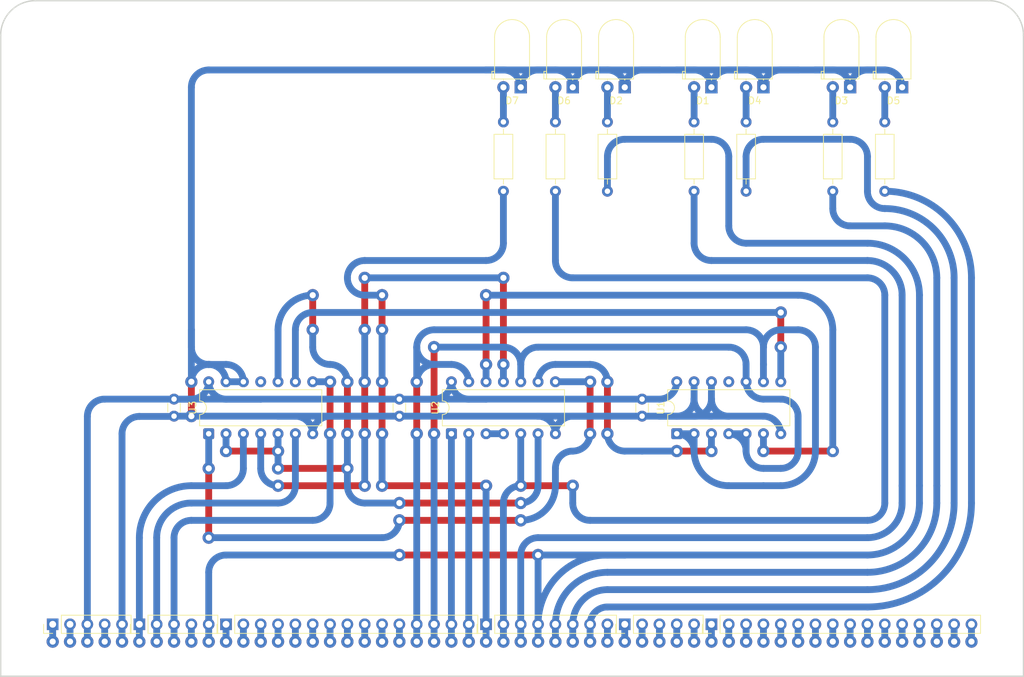
<source format=kicad_pcb>
(kicad_pcb (version 20241229) (generator "pcbnew") (generator_version "9.0")
  (layers (0 "F.Cu" signal) (2 "B.Cu" signal) (13 "F.Paste" user) (15 "B.Paste" user) (5 "F.SilkS" user "F.Silkscreen") (7 "B.SilkS" user "B.Silkscreen") (1 "F.Mask" user) (3 "B.Mask" user) (25 "Edge.Cuts" user))
  (net 0 "")
  (net 1 "+5V")
  (net 2 "GND")
  (net 3 "/{slash}MEMIN")
  (net 4 "/{slash}WE")
  (net 5 "unconnected-(J1-Pin_8-Pad8)")
  (net 6 "/AD6")
  (net 7 "/AD15")
  (net 8 "/AD7")
  (net 9 "/AD10")
  (net 10 "/AD13")
  (net 11 "/AD14")
  (net 12 "/AD12")
  (net 13 "/AD1")
  (net 14 "/AD8")
  (net 15 "/AD9")
  (net 16 "/AD5")
  (net 17 "/AD11")
  (net 18 "/AD3")
  (net 19 "/AD2")
  (net 20 "/AD4")
  (net 21 "/DA5")
  (net 22 "/DA3")
  (net 23 "/DA12")
  (net 24 "/DA9")
  (net 25 "/DA10")
  (net 26 "/DA15")
  (net 27 "/DA8")
  (net 28 "/DA4")
  (net 29 "/DA0")
  (net 30 "/DA2")
  (net 31 "/DA7")
  (net 32 "/DA6")
  (net 33 "/DA14")
  (net 34 "/DA11")
  (net 35 "/DA1")
  (net 36 "/DA13")
  (net 37 "unconnected-(J4-Pin_5-Pad5)")
  (net 38 "unconnected-(J4-Pin_4-Pad4)")
  (net 39 "+12V")
  (net 40 "-12V")
  (net 41 "-5V")
  (net 42 "unconnected-(J7-Pin_4-Pad4)")
  (net 44 "Net-(U1-Pad8)")
  (net 45 "Net-(U1-Pad6)")
  (net 46 "Net-(U1-Pad3)")
  (net 47 "Net-(U2-Pad3)")
  (net 48 "Net-(U2-Pad11)")
  (net 49 "Net-(U2-Pad8)")
  (net 50 "Net-(U2-Pad6)")
  (net 52 "unconnected-(J4-Pin_2-Pad2)")
  (net 53 "unconnected-(J4-Pin_3-Pad3)")
  (net 54 "unconnected-(J4-Pin_1-Pad1)")
  (net 55 "Net-(J7-Pin_1)")
  (net 56 "Net-(J7-Pin_2)")
  (net 57 "Net-(J7-Pin_3)")
  (net 58 "Net-(D1-A)")
  (net 59 "Net-(D2-A)")
  (net 60 "Net-(D3-A)")
  (net 61 "Net-(D4-A)")
  (net 62 "Net-(D5-A)")
  (net 63 "Net-(D6-A)")
  (net 64 "Net-(D7-A)")
  (net 65 "/READY")
  (net 66 "/{slash}HOLD")
  (net 67 "/WAIT")
  (net 68 "/HOLDA")
  (net 69 "/DBIN")
  (footprint "Connector_PinHeader_2.54mm:PinHeader_1x08_P2.54mm_Vertical" (layer "F.Cu") (at 147.32 147.32 90)
    (property "Reference" "J1" (hide yes))
    (property "Value" "Conn_01x08_Pin" (hide yes))
  )
  (footprint "Connector_PinHeader_2.54mm:PinHeader_1x16_P2.54mm_Vertical" (layer "F.Cu") (at 180.34 147.32 90)
    (property "Reference" "J3" (hide yes))
    (property "Value" "Conn_01x16_Pin" (hide yes))
  )
  (footprint "Capacitor_THT:C_Disc_D3.0mm_W1.6mm_P2.50mm" (layer "F.Cu") (at 134.62 114.3 -90)
    (property "Reference" "C2" (hide yes))
    (property "Value" "C" (hide yes))
  )
  (footprint "Resistor_THT:R_Axial_DIN0207_L6.3mm_D2.5mm_P10.16mm_Horizontal" (layer "F.Cu") (at 177.8 83.82 90)
    (property "Reference" "R13" (hide yes))
    (property "Value" "10k" (hide yes))
  )
  (footprint "Resistor_THT:R_Axial_DIN0207_L6.3mm_D2.5mm_P10.16mm_Horizontal" (layer "F.Cu") (at 157.48 83.82 90)
    (property "Reference" "R18" (hide yes))
    (property "Value" "10k" (hide yes))
  )
  (footprint "Package_DIP:DIP-14_W7.62mm" (layer "F.Cu") (at 142.24 119.38 90)
    (property "Reference" "U2")
    (property "Value" "74LS32")
  )
  (footprint "Resistor_THT:R_Axial_DIN0207_L6.3mm_D2.5mm_P10.16mm_Horizontal" (layer "F.Cu") (at 165.1 83.82 90)
    (property "Reference" "R14" (hide yes))
    (property "Value" "10k" (hide yes))
  )
  (footprint "Connector_PinHeader_2.54mm:PinHeader_1x05_P2.54mm_Vertical" (layer "F.Cu") (at 96.52 147.32 90)
    (property "Reference" "J7" (hide yes))
    (property "Value" "Conn_01x05_Pin" (hide yes))
  )
  (footprint "Resistor_THT:R_Axial_DIN0207_L6.3mm_D2.5mm_P10.16mm_Horizontal" (layer "F.Cu") (at 205.74 83.82 90)
    (property "Reference" "R17" (hide yes))
    (property "Value" "10k" (hide yes))
  )
  (footprint "LED_THT:LED_D5.0mm_Horizontal_O1.27mm_Z3.0mm" (layer "F.Cu") (at 208.28 68.58 180)
    (property "Reference" "D5")
    (property "Value" "HOLDA")
  )
  (footprint "Package_DIP:DIP-14_W7.62mm" (layer "F.Cu") (at 106.68 119.38 90)
    (property "Reference" "U3")
    (property "Value" "74LS32")
  )
  (footprint "LED_THT:LED_D5.0mm_Horizontal_O1.27mm_Z3.0mm" (layer "F.Cu") (at 200.66 68.58 180)
    (property "Reference" "D3")
    (property "Value" "/HOLD")
  )
  (footprint "Connector_PinHeader_2.54mm:PinHeader_1x05_P2.54mm_Vertical" (layer "F.Cu") (at 167.64 147.32 90)
    (property "Reference" "J4" (hide yes))
    (property "Value" "Conn_01x05_Pin" (hide yes))
  )
  (footprint "Connector_PinHeader_2.54mm:PinHeader_1x05_P2.54mm_Vertical" (layer "F.Cu") (at 83.82 147.32 90)
    (property "Reference" "J5" (hide yes))
    (property "Value" "Conn_01x05_Pin" (hide yes))
  )
  (footprint "Resistor_THT:R_Axial_DIN0207_L6.3mm_D2.5mm_P10.16mm_Horizontal" (layer "F.Cu") (at 198.12 83.82 90)
    (property "Reference" "R15" (hide yes))
    (property "Value" "10k" (hide yes))
  )
  (footprint "Resistor_THT:R_Axial_DIN0207_L6.3mm_D2.5mm_P10.16mm_Horizontal" (layer "F.Cu") (at 185.42 83.82 90)
    (property "Reference" "R16" (hide yes))
    (property "Value" "10k" (hide yes))
  )
  (footprint "Capacitor_THT:C_Disc_D3.0mm_W1.6mm_P2.50mm" (layer "F.Cu") (at 101.6 114.3 -90)
    (property "Reference" "C3" (hide yes))
    (property "Value" "C" (hide yes))
  )
  (footprint "Resistor_THT:R_Axial_DIN0207_L6.3mm_D2.5mm_P10.16mm_Horizontal" (layer "F.Cu") (at 149.86 83.82 90)
    (property "Reference" "R19" (hide yes))
    (property "Value" "10k" (hide yes))
  )
  (footprint "Capacitor_THT:C_Disc_D3.0mm_W1.6mm_P2.50mm" (layer "F.Cu") (at 170.18 114.3 -90)
    (property "Reference" "C1" (hide yes))
    (property "Value" "C" (hide yes))
  )
  (footprint "LED_THT:LED_D5.0mm_Horizontal_O1.27mm_Z3.0mm" (layer "F.Cu") (at 160.02 68.58 180)
    (property "Reference" "D6")
    (property "Value" "/MEMIN")
  )
  (footprint "LED_THT:LED_D5.0mm_Horizontal_O1.27mm_Z3.0mm" (layer "F.Cu") (at 167.64 68.58 180)
    (property "Reference" "D2")
    (property "Value" "/WE")
  )
  (footprint "Package_DIP:DIP-14_W7.62mm" (layer "F.Cu") (at 175.26 119.38 90)
    (property "Reference" "U1")
    (property "Value" "74LS00")
  )
  (footprint "LED_THT:LED_D5.0mm_Horizontal_O1.27mm_Z3.0mm" (layer "F.Cu") (at 180.34 68.58 180)
    (property "Reference" "D1")
    (property "Value" "READY")
  )
  (footprint "Connector_PinHeader_2.54mm:PinHeader_1x15_P2.54mm_Vertical" (layer "F.Cu") (at 109.22 147.32 90)
    (property "Reference" "J2" (hide yes))
    (property "Value" "Conn_01x15_Pin" (hide yes))
  )
  (footprint "LED_THT:LED_D5.0mm_Horizontal_O1.27mm_Z3.0mm" (layer "F.Cu") (at 187.96 68.58 180)
    (property "Reference" "D4")
    (property "Value" "WAIT")
  )
  (footprint "LED_THT:LED_D5.0mm_Horizontal_O1.27mm_Z3.0mm" (layer "F.Cu") (at 152.4 68.58 180)
    (property "Reference" "D7")
    (property "Value" "DBIN")
  )
  (gr_line (start 76.2 154.94) (end 226.06 154.94) (stroke (width 0.2)) (layer "Edge.Cuts"))
  (gr_line (start 220.98 55.88) (end 81.28 55.88) (stroke (width 0.2)) (layer "Edge.Cuts"))
  (gr_line (start 76.2 60.96) (end 76.2 154.94) (stroke (width 0.2)) (layer "Edge.Cuts"))
  (gr_line (start 226.06 154.94) (end 226.06 60.96) (stroke (width 0.2)) (layer "Edge.Cuts"))
  (gr_arc (start 76.2 60.96) (mid 77.687898 57.367898) (end 81.28 55.88) (stroke (width 0.2)) (layer "Edge.Cuts"))
  (gr_arc (start 220.98 55.88) (mid 224.572102 57.367898) (end 226.06 60.96) (stroke (width 0.2)) (layer "Edge.Cuts"))
  (via (at 88.9 149.86) (size 1.8) (drill 0.9) (layers "F.Cu" "B.Cu") (net 1))
  (segment (start 101.6 114.3) (end 104.14 114.3) (width 1) (layer "B.Cu") (net 1))
  (segment (start 147.32 114.3) (end 144.78 114.3) (width 1) (layer "B.Cu") (net 1))
  (segment (start 91.44 114.3) (end 101.6 114.3) (width 1) (layer "B.Cu") (net 1))
  (segment (start 101.6 114.3) (end 114.3 114.3) (width 1) (layer "B.Cu") (net 1))
  (segment (start 88.9 149.86) (end 88.9 147.32) (width 1) (layer "B.Cu") (net 1))
  (segment (start 114.3 114.3) (end 109.22 114.3) (width 1) (layer "B.Cu") (net 1))
  (segment (start 137.16 114.3) (end 114.3 114.3) (width 1) (layer "B.Cu") (net 1))
  (segment (start 137.16 114.3) (end 139.7 114.3) (width 1) (layer "B.Cu") (net 1))
  (segment (start 170.18 114.3) (end 147.32 114.3) (width 1) (layer "B.Cu") (net 1))
  (segment (start 137.16 114.3) (end 147.32 114.3) (width 1) (layer "B.Cu") (net 1))
  (segment (start 88.9 147.32) (end 88.9 116.84) (width 1) (layer "B.Cu") (net 1))
  (segment (start 170.18 114.3) (end 172.72 114.3) (width 1) (layer "B.Cu") (net 1))
  (arc (start 109.22 114.3) (mid 107.423949 113.556051) (end 106.68 111.76) (width 1) (layer "B.Cu") (net 1))
  (arc (start 88.9 116.84) (mid 89.643949 115.043949) (end 91.44 114.3) (width 1) (layer "B.Cu") (net 1))
  (arc (start 104.14 114.3) (mid 105.936051 113.556051) (end 106.68 111.76) (width 1) (layer "B.Cu") (net 1))
  (arc (start 139.7 114.3) (mid 141.496051 113.556051) (end 142.24 111.76) (width 1) (layer "B.Cu") (net 1))
  (arc (start 144.78 114.3) (mid 142.983949 113.556051) (end 142.24 111.76) (width 1) (layer "B.Cu") (net 1))
  (arc (start 172.72 114.3) (mid 174.516051 113.556051) (end 175.26 111.76) (width 1) (layer "B.Cu") (net 1))
  (segment (start 104.14 111.76) (end 104.14 116.8) (width 1) (layer "F.Cu") (net 2))
  (via (at 104.14 111.76) (size 1.8) (drill 0.9) (layers "F.Cu" "B.Cu") (net 2))
  (via (at 104.14 116.8) (size 1.8) (drill 0.9) (layers "F.Cu" "B.Cu") (net 2))
  (via (at 93.98 149.86) (size 1.8) (drill 0.9) (layers "F.Cu" "B.Cu") (net 2))
  (segment (start 175.26 66.04) (end 185.42 66.04) (width 1) (layer "B.Cu") (net 2))
  (segment (start 190.5 66.04) (end 193.04 66.04) (width 1) (layer "B.Cu") (net 2))
  (segment (start 177.84 116.8) (end 172.72 116.8) (width 1) (layer "B.Cu") (net 2))
  (segment (start 93.98 149.86) (end 93.98 147.32) (width 1) (layer "B.Cu") (net 2))
  (segment (start 104.14 111.76) (end 104.14 104.14) (width 1) (layer "B.Cu") (net 2))
  (segment (start 165.1 66.04) (end 172.72 66.04) (width 1) (layer "B.Cu") (net 2))
  (segment (start 116.84 116.8) (end 129.54 116.8) (width 1) (layer "B.Cu") (net 2))
  (segment (start 185.42 66.04) (end 193.04 66.04) (width 1) (layer "B.Cu") (net 2))
  (segment (start 104.14 104.14) (end 104.14 68.58) (width 1) (layer "B.Cu") (net 2))
  (segment (start 170.18 116.8) (end 172.72 116.8) (width 1) (layer "B.Cu") (net 2))
  (segment (start 157.48 66.04) (end 165.1 66.04) (width 1) (layer "B.Cu") (net 2))
  (segment (start 116.84 116.8) (end 104.14 116.8) (width 1) (layer "B.Cu") (net 2))
  (segment (start 93.98 119.38) (end 93.98 147.32) (width 1) (layer "B.Cu") (net 2))
  (segment (start 203.2 66.04) (end 205.74 66.04) (width 1) (layer "B.Cu") (net 2))
  (segment (start 137.16 116.8) (end 129.54 116.8) (width 1) (layer "B.Cu") (net 2))
  (segment (start 104.14 106.68) (end 104.14 104.14) (width 1) (layer "B.Cu") (net 2))
  (segment (start 101.56 116.84) (end 96.52 116.84) (width 1) (layer "B.Cu") (net 2))
  (segment (start 162.56 116.8) (end 160.06 116.8) (width 1) (layer "B.Cu") (net 2))
  (segment (start 180.34 111.76) (end 180.34 114.3) (width 1) (layer "B.Cu") (net 2))
  (segment (start 180.34 116.8) (end 182.88 116.8) (width 1) (layer "B.Cu") (net 2))
  (segment (start 147.32 66.04) (end 157.48 66.04) (width 1) (layer "B.Cu") (net 2))
  (segment (start 104.14 116.8) (end 101.6 116.8) (width 1) (layer "B.Cu") (net 2))
  (segment (start 177.8 66.04) (end 175.26 66.04) (width 1) (layer "B.Cu") (net 2))
  (segment (start 119.34 116.8) (end 116.84 116.8) (width 1) (layer "B.Cu") (net 2))
  (segment (start 180.34 116.8) (end 180.3 116.8) (width 1) (layer "B.Cu") (net 2))
  (segment (start 172.72 66.04) (end 175.26 66.04) (width 1) (layer "B.Cu") (net 2))
  (segment (start 177.8 111.76) (end 177.8 114.3) (width 1) (layer "B.Cu") (net 2))
  (segment (start 154.9 116.8) (end 137.16 116.8) (width 1) (layer "B.Cu") (net 2))
  (segment (start 106.68 66.04) (end 147.32 66.04) (width 1) (layer "B.Cu") (net 2))
  (segment (start 149.86 66.04) (end 147.32 66.04) (width 1) (layer "B.Cu") (net 2))
  (segment (start 193.04 66.04) (end 195.58 66.04) (width 1) (layer "B.Cu") (net 2))
  (segment (start 175.3 116.8) (end 175.26 116.8) (width 1) (layer "B.Cu") (net 2))
  (segment (start 182.88 66.04) (end 185.42 66.04) (width 1) (layer "B.Cu") (net 2))
  (segment (start 154.94 66.04) (end 157.48 66.04) (width 1) (layer "B.Cu") (net 2))
  (segment (start 111.76 111.76) (end 109.22 111.76) (width 1) (layer "B.Cu") (net 2))
  (segment (start 182.88 116.8) (end 187.92 116.8) (width 1) (layer "B.Cu") (net 2))
  (segment (start 172.72 116.8) (end 175.26 116.8) (width 1) (layer "B.Cu") (net 2))
  (segment (start 162.56 66.04) (end 165.1 66.04) (width 1) (layer "B.Cu") (net 2))
  (segment (start 170.18 116.8) (end 162.56 116.8) (width 1) (layer "B.Cu") (net 2))
  (segment (start 170.18 66.04) (end 172.72 66.04) (width 1) (layer "B.Cu") (net 2))
  (segment (start 195.58 66.04) (end 205.74 66.04) (width 1) (layer "B.Cu") (net 2))
  (segment (start 175.26 116.8) (end 180.34 116.8) (width 1) (layer "B.Cu") (net 2))
  (segment (start 198.12 66.04) (end 195.58 66.04) (width 1) (layer "B.Cu") (net 2))
  (segment (start 182.88 116.8) (end 182.84 116.8) (width 1) (layer "B.Cu") (net 2))
  (segment (start 154.9 116.8) (end 162.56 116.8) (width 1) (layer "B.Cu") (net 2))
  (segment (start 129.54 116.8) (end 124.5 116.8) (width 1) (layer "B.Cu") (net 2))
  (segment (start 109.22 109.22) (end 106.68 109.22) (width 1) (layer "B.Cu") (net 2))
  (arc (start 111.76 111.76) (mid 111.016051 109.963949) (end 109.22 109.22) (width 1) (layer "B.Cu") (net 2))
  (arc (start 101.6 116.8) (mid 101.588284 116.828284) (end 101.56 116.84) (width 1) (layer "B.Cu") (net 2))
  (arc (start 200.66 68.58) (mid 199.916051 66.783949) (end 198.12 66.04) (width 1) (layer "B.Cu") (net 2))
  (arc (start 160.02 68.58) (mid 160.763949 66.783949) (end 162.56 66.04) (width 1) (layer "B.Cu") (net 2))
  (arc (start 96.52 116.84) (mid 94.723949 117.583949) (end 93.98 119.38) (width 1) (layer "B.Cu") (net 2))
  (arc (start 152.4 68.58) (mid 151.656051 66.783949) (end 149.86 66.04) (width 1) (layer "B.Cu") (net 2))
  (arc (start 106.68 109.22) (mid 104.883949 109.963949) (end 104.14 111.76) (width 1) (layer "B.Cu") (net 2))
  (arc (start 180.34 68.58) (mid 181.083949 66.783949) (end 182.88 66.04) (width 1) (layer "B.Cu") (net 2))
  (arc (start 160.06 116.8) (mid 158.235665 117.555665) (end 157.48 119.38) (width 1) (layer "B.Cu") (net 2))
  (arc (start 205.74 66.04) (mid 207.536051 66.783949) (end 208.28 68.58) (width 1) (layer "B.Cu") (net 2))
  (arc (start 180.34 114.3) (mid 179.607767 116.067767) (end 177.84 116.8) (width 1) (layer "B.Cu") (net 2))
  (arc (start 177.8 114.3) (mid 177.067767 116.067767) (end 175.3 116.8) (width 1) (layer "B.Cu") (net 2))
  (arc (start 160.02 68.58) (mid 159.276051 66.783949) (end 157.48 66.04) (width 1) (layer "B.Cu") (net 2))
  (arc (start 124.5 116.8) (mid 122.675665 117.555665) (end 121.92 119.38) (width 1) (layer "B.Cu") (net 2))
  (arc (start 121.92 119.38) (mid 121.164335 117.555665) (end 119.34 116.8) (width 1) (layer "B.Cu") (net 2))
  (arc (start 104.14 68.58) (mid 104.883949 66.783949) (end 106.68 66.04) (width 1) (layer "B.Cu") (net 2))
  (arc (start 106.68 109.22) (mid 104.883949 108.476051) (end 104.14 106.68) (width 1) (layer "B.Cu") (net 2))
  (arc (start 187.96 68.58) (mid 187.216051 66.783949) (end 185.42 66.04) (width 1) (layer "B.Cu") (net 2))
  (arc (start 106.68 109.22) (mid 108.476051 109.963949) (end 109.22 111.76) (width 1) (layer "B.Cu") (net 2))
  (arc (start 182.84 116.8) (mid 181.072233 116.067767) (end 180.34 114.3) (width 1) (layer "B.Cu") (net 2))
  (arc (start 180.3 116.8) (mid 178.532233 116.067767) (end 177.8 114.3) (width 1) (layer "B.Cu") (net 2))
  (arc (start 167.64 68.58) (mid 168.383949 66.783949) (end 170.18 66.04) (width 1) (layer "B.Cu") (net 2))
  (arc (start 180.34 68.58) (mid 179.596051 66.783949) (end 177.8 66.04) (width 1) (layer "B.Cu") (net 2))
  (arc (start 200.66 68.58) (mid 201.403949 66.783949) (end 203.2 66.04) (width 1) (layer "B.Cu") (net 2))
  (arc (start 187.92 116.8) (mid 189.744335 117.555665) (end 190.5 119.38) (width 1) (layer "B.Cu") (net 2))
  (arc (start 187.96 68.58) (mid 188.703949 66.783949) (end 190.5 66.04) (width 1) (layer "B.Cu") (net 2))
  (arc (start 157.48 119.38) (mid 156.724335 117.555665) (end 154.9 116.8) (width 1) (layer "B.Cu") (net 2))
  (arc (start 152.4 68.58) (mid 153.143949 66.783949) (end 154.94 66.04) (width 1) (layer "B.Cu") (net 2))
  (arc (start 167.64 68.58) (mid 166.896051 66.783949) (end 165.1 66.04) (width 1) (layer "B.Cu") (net 2))
  (segment (start 160.02 127) (end 152.4 127) (width 1) (layer "F.Cu") (net 3))
  (via (at 149.86 149.86) (size 1.8) (drill 0.9) (layers "F.Cu" "B.Cu") (net 3))
  (via (at 152.4 127) (size 1.8) (drill 0.9) (layers "F.Cu" "B.Cu") (net 3))
  (via (at 160.02 127) (size 1.8) (drill 0.9) (layers "F.Cu" "B.Cu") (net 3))
  (segment (start 160.02 129.54) (end 160.02 127) (width 1) (layer "B.Cu") (net 3))
  (segment (start 160.02 96.52) (end 203.2 96.52) (width 1) (layer "B.Cu") (net 3))
  (segment (start 157.48 83.82) (end 157.48 93.98) (width 1) (layer "B.Cu") (net 3))
  (segment (start 149.86 147.32) (end 149.86 129.54) (width 1) (layer "B.Cu") (net 3))
  (segment (start 203.2 132.08) (end 162.56 132.08) (width 1) (layer "B.Cu") (net 3))
  (segment (start 152.4 119.38) (end 152.4 127) (width 1) (layer "B.Cu") (net 3))
  (segment (start 149.86 149.86) (end 149.86 147.32) (width 1) (layer "B.Cu") (net 3))
  (segment (start 205.74 99.06) (end 205.74 129.54) (width 1) (layer "B.Cu") (net 3))
  (arc (start 203.2 96.52) (mid 204.996051 97.263949) (end 205.74 99.06) (width 1) (layer "B.Cu") (net 3))
  (arc (start 157.48 93.98) (mid 158.223949 95.776051) (end 160.02 96.52) (width 1) (layer "B.Cu") (net 3))
  (arc (start 152.4 127) (mid 150.603949 127.743949) (end 149.86 129.54) (width 1) (layer "B.Cu") (net 3))
  (arc (start 162.56 132.08) (mid 160.763949 131.336051) (end 160.02 129.54) (width 1) (layer "B.Cu") (net 3))
  (arc (start 205.74 129.54) (mid 204.996051 131.336051) (end 203.2 132.08) (width 1) (layer "B.Cu") (net 3))
  (segment (start 134.62 137.16) (end 154.94 137.16) (width 1) (layer "F.Cu") (net 4))
  (via (at 154.94 137.16) (size 1.8) (drill 0.9) (layers "F.Cu" "B.Cu") (net 4))
  (via (at 154.94 149.86) (size 1.8) (drill 0.9) (layers "F.Cu" "B.Cu") (net 4))
  (via (at 106.68 149.86) (size 1.8) (drill 0.9) (layers "F.Cu" "B.Cu") (net 4))
  (via (at 134.62 137.16) (size 1.8) (drill 0.9) (layers "F.Cu" "B.Cu") (net 4))
  (segment (start 180.34 76.2) (end 167.64 76.2) (width 1) (layer "B.Cu") (net 4))
  (segment (start 210.82 129.54) (end 210.82 127) (width 1) (layer "B.Cu") (net 4))
  (segment (start 182.88 88.9) (end 182.88 78.74) (width 1) (layer "B.Cu") (net 4))
  (segment (start 210.82 127) (end 210.82 99.06) (width 1) (layer "B.Cu") (net 4))
  (segment (start 165.1 78.74) (end 165.1 83.82) (width 1) (layer "B.Cu") (net 4))
  (segment (start 154.94 137.16) (end 154.94 147.32) (width 1) (layer "B.Cu") (net 4))
  (segment (start 109.22 137.16) (end 134.62 137.16) (width 1) (layer "B.Cu") (net 4))
  (segment (start 165.1 137.16) (end 167.64 137.16) (width 1) (layer "B.Cu") (net 4))
  (segment (start 106.68 147.32) (end 106.68 139.7) (width 1) (layer "B.Cu") (net 4))
  (segment (start 154.94 149.86) (end 154.94 147.32) (width 1) (layer "B.Cu") (net 4))
  (segment (start 154.94 137.16) (end 167.64 137.16) (width 1) (layer "B.Cu") (net 4))
  (segment (start 167.64 137.16) (end 203.2 137.16) (width 1) (layer "B.Cu") (net 4))
  (segment (start 203.2 91.44) (end 185.42 91.44) (width 1) (layer "B.Cu") (net 4))
  (segment (start 106.68 149.86) (end 106.68 147.32) (width 1) (layer "B.Cu") (net 4))
  (arc (start 203.2 91.44) (mid 208.588154 93.671846) (end 210.82 99.06) (width 1) (layer "B.Cu") (net 4))
  (arc (start 182.88 78.74) (mid 182.136051 76.943949) (end 180.34 76.2) (width 1) (layer "B.Cu") (net 4))
  (arc (start 167.64 76.2) (mid 165.843949 76.943949) (end 165.1 78.74) (width 1) (layer "B.Cu") (net 4))
  (arc (start 106.68 139.7) (mid 107.423949 137.903949) (end 109.22 137.16) (width 1) (layer "B.Cu") (net 4))
  (arc (start 185.42 91.44) (mid 183.623949 90.696051) (end 182.88 88.9) (width 1) (layer "B.Cu") (net 4))
  (arc (start 203.2 137.16) (mid 208.588154 134.928154) (end 210.82 129.54) (width 1) (layer "B.Cu") (net 4))
  (arc (start 154.94 147.32) (mid 157.915795 140.135795) (end 165.1 137.16) (width 1) (layer "B.Cu") (net 4))
  (via (at 165.1 149.86) (size 1.8) (drill 0.9) (layers "F.Cu" "B.Cu") (net 5))
  (segment (start 165.1 149.86) (end 165.1 147.32) (width 1) (layer "B.Cu") (net 5))
  (via (at 121.92 149.86) (size 1.8) (drill 0.9) (layers "F.Cu" "B.Cu") (net 6))
  (segment (start 121.92 149.86) (end 121.92 147.32) (width 1) (layer "B.Cu") (net 6))
  (via (at 144.78 149.86) (size 1.8) (drill 0.9) (layers "F.Cu" "B.Cu") (net 7))
  (segment (start 144.78 149.86) (end 144.78 147.32) (width 1) (layer "B.Cu") (net 7))
  (segment (start 144.78 147.32) (end 144.78 119.38) (width 1) (layer "B.Cu") (net 7))
  (via (at 124.46 149.86) (size 1.8) (drill 0.9) (layers "F.Cu" "B.Cu") (net 8))
  (segment (start 124.46 149.86) (end 124.46 147.32) (width 1) (layer "B.Cu") (net 8))
  (via (at 132.08 149.86) (size 1.8) (drill 0.9) (layers "F.Cu" "B.Cu") (net 9))
  (segment (start 132.08 149.86) (end 132.08 147.32) (width 1) (layer "B.Cu") (net 9))
  (segment (start 139.7 119.38) (end 139.7 106.68) (width 1) (layer "F.Cu") (net 10))
  (via (at 139.7 119.38) (size 1.8) (drill 0.9) (layers "F.Cu" "B.Cu") (net 10))
  (via (at 139.7 106.68) (size 1.8) (drill 0.9) (layers "F.Cu" "B.Cu") (net 10))
  (via (at 139.7 149.86) (size 1.8) (drill 0.9) (layers "F.Cu" "B.Cu") (net 10))
  (segment (start 182.88 106.68) (end 154.94 106.68) (width 1) (layer "B.Cu") (net 10))
  (segment (start 187.96 114.3) (end 190.5 114.3) (width 1) (layer "B.Cu") (net 10))
  (segment (start 185.42 119.38) (end 182.88 119.38) (width 1) (layer "B.Cu") (net 10))
  (segment (start 139.7 149.86) (end 139.7 147.32) (width 1) (layer "B.Cu") (net 10))
  (segment (start 139.7 106.68) (end 149.86 106.68) (width 1) (layer "B.Cu") (net 10))
  (segment (start 185.42 111.76) (end 185.42 109.22) (width 1) (layer "B.Cu") (net 10))
  (segment (start 139.7 147.32) (end 139.7 127) (width 1) (layer "B.Cu") (net 10))
  (segment (start 139.701605 106.678395) (end 139.701605 106.537447) (width 1) (layer "B.Cu") (net 10))
  (segment (start 193.04 116.84) (end 193.04 121.92) (width 1) (layer "B.Cu") (net 10))
  (segment (start 139.7 106.68) (end 139.701605 106.678395) (width 1) (layer "B.Cu") (net 10))
  (segment (start 152.4 109.22) (end 152.4 111.76) (width 1) (layer "B.Cu") (net 10))
  (segment (start 190.5 124.46) (end 187.96 124.46) (width 1) (layer "B.Cu") (net 10))
  (segment (start 185.42 119.38) (end 185.42 121.92) (width 1) (layer "B.Cu") (net 10))
  (segment (start 139.7 127) (end 139.7 119.38) (width 1) (layer "B.Cu") (net 10))
  (arc (start 149.86 106.68) (mid 151.656051 107.423949) (end 152.4 109.22) (width 1) (layer "B.Cu") (net 10))
  (arc (start 154.94 106.68) (mid 153.143949 107.423949) (end 152.4 109.22) (width 1) (layer "B.Cu") (net 10))
  (arc (start 185.42 109.22) (mid 184.676051 107.423949) (end 182.88 106.68) (width 1) (layer "B.Cu") (net 10))
  (arc (start 185.42 111.76) (mid 186.163949 113.556051) (end 187.96 114.3) (width 1) (layer "B.Cu") (net 10))
  (arc (start 187.96 124.46) (mid 186.163949 123.716051) (end 185.42 121.92) (width 1) (layer "B.Cu") (net 10))
  (arc (start 190.5 114.3) (mid 192.296051 115.043949) (end 193.04 116.84) (width 1) (layer "B.Cu") (net 10))
  (arc (start 185.42 121.92) (mid 184.676051 120.123949) (end 182.88 119.38) (width 1) (layer "B.Cu") (net 10))
  (arc (start 193.04 121.92) (mid 192.296051 123.716051) (end 190.5 124.46) (width 1) (layer "B.Cu") (net 10))
  (via (at 142.24 149.86) (size 1.8) (drill 0.9) (layers "F.Cu" "B.Cu") (net 11))
  (segment (start 142.24 119.38) (end 142.24 147.32) (width 1) (layer "B.Cu") (net 11))
  (segment (start 142.24 149.86) (end 142.24 147.32) (width 1) (layer "B.Cu") (net 11))
  (segment (start 137.16 111.76) (end 137.16 119.38) (width 1) (layer "F.Cu") (net 12))
  (via (at 137.16 149.86) (size 1.8) (drill 0.9) (layers "F.Cu" "B.Cu") (net 12))
  (via (at 137.16 111.76) (size 1.8) (drill 0.9) (layers "F.Cu" "B.Cu") (net 12))
  (via (at 137.16 119.38) (size 1.8) (drill 0.9) (layers "F.Cu" "B.Cu") (net 12))
  (segment (start 193.04 104.14) (end 190.5 104.14) (width 1) (layer "B.Cu") (net 12))
  (segment (start 190.5 127) (end 187.96 127) (width 1) (layer "B.Cu") (net 12))
  (segment (start 187.96 109.22) (end 187.96 106.68) (width 1) (layer "B.Cu") (net 12))
  (segment (start 182.88 127) (end 187.96 127) (width 1) (layer "B.Cu") (net 12))
  (segment (start 137.16 149.86) (end 137.16 147.32) (width 1) (layer "B.Cu") (net 12))
  (segment (start 187.96 111.76) (end 187.96 109.22) (width 1) (layer "B.Cu") (net 12))
  (segment (start 137.16 147.32) (end 137.16 129.54) (width 1) (layer "B.Cu") (net 12))
  (segment (start 139.7 109.22) (end 142.24 109.22) (width 1) (layer "B.Cu") (net 12))
  (segment (start 137.16 111.76) (end 137.16 106.68) (width 1) (layer "B.Cu") (net 12))
  (segment (start 175.26 119.38) (end 177.8 119.38) (width 1) (layer "B.Cu") (net 12))
  (segment (start 137.16 129.54) (end 137.16 119.38) (width 1) (layer "B.Cu") (net 12))
  (segment (start 195.58 121.92) (end 195.58 106.68) (width 1) (layer "B.Cu") (net 12))
  (segment (start 177.8 119.38) (end 177.8 121.92) (width 1) (layer "B.Cu") (net 12))
  (segment (start 139.7 104.14) (end 185.42 104.14) (width 1) (layer "B.Cu") (net 12))
  (arc (start 185.42 104.14) (mid 187.216051 104.883949) (end 187.96 106.68) (width 1) (layer "B.Cu") (net 12))
  (arc (start 137.16 106.68) (mid 137.903949 104.883949) (end 139.7 104.14) (width 1) (layer "B.Cu") (net 12))
  (arc (start 142.24 109.22) (mid 144.036051 109.963949) (end 144.78 111.76) (width 1) (layer "B.Cu") (net 12))
  (arc (start 195.58 121.92) (mid 194.092102 125.512102) (end 190.5 127) (width 1) (layer "B.Cu") (net 12))
  (arc (start 195.58 106.68) (mid 194.836051 104.883949) (end 193.04 104.14) (width 1) (layer "B.Cu") (net 12))
  (arc (start 175.26 119.38) (mid 177.056051 120.123949) (end 177.8 121.92) (width 1) (layer "B.Cu") (net 12))
  (arc (start 182.88 127) (mid 179.287898 125.512102) (end 177.8 121.92) (width 1) (layer "B.Cu") (net 12))
  (arc (start 190.5 104.14) (mid 188.703949 104.883949) (end 187.96 106.68) (width 1) (layer "B.Cu") (net 12))
  (arc (start 139.7 109.22) (mid 137.903949 108.476051) (end 137.16 106.68) (width 1) (layer "B.Cu") (net 12))
  (arc (start 137.16 111.76) (mid 137.903949 109.963949) (end 139.7 109.22) (width 1) (layer "B.Cu") (net 12))
  (via (at 109.22 149.86) (size 1.8) (drill 0.9) (layers "F.Cu" "B.Cu") (net 13))
  (segment (start 109.22 149.86) (end 109.22 147.32) (width 1) (layer "B.Cu") (net 13))
  (via (at 127 149.86) (size 1.8) (drill 0.9) (layers "F.Cu" "B.Cu") (net 14))
  (segment (start 127 149.86) (end 127 147.32) (width 1) (layer "B.Cu") (net 14))
  (via (at 129.54 149.86) (size 1.8) (drill 0.9) (layers "F.Cu" "B.Cu") (net 15))
  (segment (start 129.54 149.86) (end 129.54 147.32) (width 1) (layer "B.Cu") (net 15))
  (via (at 119.38 149.86) (size 1.8) (drill 0.9) (layers "F.Cu" "B.Cu") (net 16))
  (segment (start 119.38 149.86) (end 119.38 147.32) (width 1) (layer "B.Cu") (net 16))
  (via (at 134.62 149.86) (size 1.8) (drill 0.9) (layers "F.Cu" "B.Cu") (net 17))
  (segment (start 134.62 149.86) (end 134.62 147.32) (width 1) (layer "B.Cu") (net 17))
  (via (at 114.3 149.86) (size 1.8) (drill 0.9) (layers "F.Cu" "B.Cu") (net 18))
  (segment (start 114.3 149.86) (end 114.3 147.32) (width 1) (layer "B.Cu") (net 18))
  (via (at 111.76 149.86) (size 1.8) (drill 0.9) (layers "F.Cu" "B.Cu") (net 19))
  (segment (start 111.76 149.86) (end 111.76 147.32) (width 1) (layer "B.Cu") (net 19))
  (via (at 116.84 149.86) (size 1.8) (drill 0.9) (layers "F.Cu" "B.Cu") (net 20))
  (segment (start 116.84 149.86) (end 116.84 147.32) (width 1) (layer "B.Cu") (net 20))
  (via (at 193.04 149.86) (size 1.8) (drill 0.9) (layers "F.Cu" "B.Cu") (net 21))
  (segment (start 193.04 149.86) (end 193.04 147.32) (width 1) (layer "B.Cu") (net 21))
  (via (at 187.96 149.86) (size 1.8) (drill 0.9) (layers "F.Cu" "B.Cu") (net 22))
  (segment (start 187.96 149.86) (end 187.96 147.32) (width 1) (layer "B.Cu") (net 22))
  (via (at 210.82 149.86) (size 1.8) (drill 0.9) (layers "F.Cu" "B.Cu") (net 23))
  (segment (start 210.82 149.86) (end 210.82 147.32) (width 1) (layer "B.Cu") (net 23))
  (via (at 203.2 149.86) (size 1.8) (drill 0.9) (layers "F.Cu" "B.Cu") (net 24))
  (segment (start 203.2 149.86) (end 203.2 147.32) (width 1) (layer "B.Cu") (net 24))
  (via (at 205.74 149.86) (size 1.8) (drill 0.9) (layers "F.Cu" "B.Cu") (net 25))
  (segment (start 205.74 149.86) (end 205.74 147.32) (width 1) (layer "B.Cu") (net 25))
  (via (at 218.44 149.86) (size 1.8) (drill 0.9) (layers "F.Cu" "B.Cu") (net 26))
  (segment (start 218.44 149.86) (end 218.44 147.32) (width 1) (layer "B.Cu") (net 26))
  (via (at 200.66 149.86) (size 1.8) (drill 0.9) (layers "F.Cu" "B.Cu") (net 27))
  (segment (start 200.66 149.86) (end 200.66 147.32) (width 1) (layer "B.Cu") (net 27))
  (via (at 190.5 149.86) (size 1.8) (drill 0.9) (layers "F.Cu" "B.Cu") (net 28))
  (segment (start 190.5 147.32) (end 190.5 149.86) (width 1) (layer "B.Cu") (net 28))
  (via (at 180.34 149.86) (size 1.8) (drill 0.9) (layers "F.Cu" "B.Cu") (net 29))
  (segment (start 180.34 149.86) (end 180.34 147.32) (width 1) (layer "B.Cu") (net 29))
  (via (at 185.42 149.86) (size 1.8) (drill 0.9) (layers "F.Cu" "B.Cu") (net 30))
  (segment (start 185.42 149.86) (end 185.42 147.32) (width 1) (layer "B.Cu") (net 30))
  (via (at 198.12 149.86) (size 1.8) (drill 0.9) (layers "F.Cu" "B.Cu") (net 31))
  (segment (start 198.12 149.86) (end 198.12 147.32) (width 1) (layer "B.Cu") (net 31))
  (via (at 195.58 149.86) (size 1.8) (drill 0.9) (layers "F.Cu" "B.Cu") (net 32))
  (segment (start 195.58 149.86) (end 195.58 147.32) (width 1) (layer "B.Cu") (net 32))
  (via (at 215.9 149.86) (size 1.8) (drill 0.9) (layers "F.Cu" "B.Cu") (net 33))
  (segment (start 215.9 149.86) (end 215.9 147.32) (width 1) (layer "B.Cu") (net 33))
  (via (at 208.28 149.86) (size 1.8) (drill 0.9) (layers "F.Cu" "B.Cu") (net 34))
  (segment (start 208.28 149.86) (end 208.28 147.32) (width 1) (layer "B.Cu") (net 34))
  (via (at 182.88 149.86) (size 1.8) (drill 0.9) (layers "F.Cu" "B.Cu") (net 35))
  (segment (start 182.88 149.86) (end 182.88 147.32) (width 1) (layer "B.Cu") (net 35))
  (via (at 213.36 149.86) (size 1.8) (drill 0.9) (layers "F.Cu" "B.Cu") (net 36))
  (segment (start 213.36 149.86) (end 213.36 147.32) (width 1) (layer "B.Cu") (net 36))
  (via (at 177.8 149.86) (size 1.8) (drill 0.9) (layers "F.Cu" "B.Cu") (net 37))
  (segment (start 177.8 149.86) (end 177.8 147.32) (width 1) (layer "B.Cu") (net 37))
  (via (at 175.26 149.86) (size 1.8) (drill 0.9) (layers "F.Cu" "B.Cu") (net 38))
  (segment (start 175.26 149.86) (end 175.26 147.32) (width 1) (layer "B.Cu") (net 38))
  (via (at 83.82 149.86) (size 1.8) (drill 0.9) (layers "F.Cu" "B.Cu") (net 39))
  (segment (start 83.82 147.32) (end 83.82 149.86) (width 1) (layer "B.Cu") (net 39))
  (via (at 91.44 149.86) (size 1.8) (drill 0.9) (layers "F.Cu" "B.Cu") (net 40))
  (segment (start 91.44 149.86) (end 91.44 147.32) (width 1) (layer "B.Cu") (net 40))
  (via (at 86.36 149.86) (size 1.8) (drill 0.9) (layers "F.Cu" "B.Cu") (net 41))
  (segment (start 86.36 149.86) (end 86.36 147.32) (width 1) (layer "B.Cu") (net 41))
  (via (at 104.14 149.86) (size 1.8) (drill 0.9) (layers "F.Cu" "B.Cu") (net 42))
  (segment (start 104.14 149.86) (end 104.14 147.32) (width 1) (layer "B.Cu") (net 42))
  (segment (start 190.5 106.68) (end 190.5 101.6) (width 1) (layer "F.Cu") (net 44))
  (via (at 190.5 101.6) (size 1.8) (drill 0.9) (layers "F.Cu" "B.Cu") (net 44))
  (via (at 190.5 106.68) (size 1.8) (drill 0.9) (layers "F.Cu" "B.Cu") (net 44))
  (segment (start 119.38 104.14) (end 119.38 111.76) (width 1) (layer "B.Cu") (net 44))
  (segment (start 190.5 111.76) (end 190.5 106.68) (width 1) (layer "B.Cu") (net 44))
  (segment (start 190.5 101.6) (end 121.92 101.6) (width 1) (layer "B.Cu") (net 44))
  (arc (start 121.92 101.6) (mid 120.123949 102.343949) (end 119.38 104.14) (width 1) (layer "B.Cu") (net 44))
  (segment (start 147.32 109.22) (end 147.32 99.06) (width 1) (layer "F.Cu") (net 45))
  (segment (start 187.96 121.92) (end 198.12 121.92) (width 1) (layer "F.Cu") (net 45))
  (via (at 147.32 99.06) (size 1.8) (drill 0.9) (layers "F.Cu" "B.Cu") (net 45))
  (via (at 147.32 109.22) (size 1.8) (drill 0.9) (layers "F.Cu" "B.Cu") (net 45))
  (via (at 187.96 121.92) (size 1.8) (drill 0.9) (layers "F.Cu" "B.Cu") (net 45))
  (via (at 198.12 121.92) (size 1.8) (drill 0.9) (layers "F.Cu" "B.Cu") (net 45))
  (segment (start 187.96 119.38) (end 187.96 121.92) (width 1) (layer "B.Cu") (net 45))
  (segment (start 147.32 99.06) (end 193.04 99.06) (width 1) (layer "B.Cu") (net 45))
  (segment (start 147.32 111.76) (end 147.32 109.22) (width 1) (layer "B.Cu") (net 45))
  (segment (start 198.12 104.14) (end 198.12 121.92) (width 1) (layer "B.Cu") (net 45))
  (arc (start 193.04 99.06) (mid 196.632102 100.547898) (end 198.12 104.14) (width 1) (layer "B.Cu") (net 45))
  (segment (start 180.34 121.92) (end 175.26 121.92) (width 1) (layer "F.Cu") (net 46))
  (segment (start 165.1 111.76) (end 165.1 119.38) (width 1) (layer "F.Cu") (net 46))
  (via (at 165.1 119.38) (size 1.8) (drill 0.9) (layers "F.Cu" "B.Cu") (net 46))
  (via (at 175.26 121.92) (size 1.8) (drill 0.9) (layers "F.Cu" "B.Cu") (net 46))
  (via (at 165.1 111.76) (size 1.8) (drill 0.9) (layers "F.Cu" "B.Cu") (net 46))
  (via (at 180.34 121.92) (size 1.8) (drill 0.9) (layers "F.Cu" "B.Cu") (net 46))
  (segment (start 175.26 121.92) (end 170.18 121.92) (width 1) (layer "B.Cu") (net 46))
  (segment (start 162.56 109.22) (end 157.48 109.22) (width 1) (layer "B.Cu") (net 46))
  (segment (start 170.18 121.92) (end 167.64 121.92) (width 1) (layer "B.Cu") (net 46))
  (segment (start 180.34 119.38) (end 180.34 121.92) (width 1) (layer "B.Cu") (net 46))
  (arc (start 167.64 121.92) (mid 165.843949 121.176051) (end 165.1 119.38) (width 1) (layer "B.Cu") (net 46))
  (arc (start 165.1 111.76) (mid 164.356051 109.963949) (end 162.56 109.22) (width 1) (layer "B.Cu") (net 46))
  (arc (start 154.94 111.76) (mid 155.683949 109.963949) (end 157.48 109.22) (width 1) (layer "B.Cu") (net 46))
  (segment (start 147.32 119.38) (end 149.86 119.38) (width 1) (layer "B.Cu") (net 47))
  (segment (start 116.84 127) (end 129.54 127) (width 1) (layer "F.Cu") (net 48))
  (segment (start 129.54 96.52) (end 129.54 104.14) (width 1) (layer "F.Cu") (net 48))
  (segment (start 149.86 109.22) (end 149.86 96.52) (width 1) (layer "F.Cu") (net 48))
  (segment (start 129.54 111.76) (end 129.54 119.38) (width 1) (layer "F.Cu") (net 48))
  (via (at 116.84 127) (size 1.8) (drill 0.9) (layers "F.Cu" "B.Cu") (net 48))
  (via (at 129.54 111.76) (size 1.8) (drill 0.9) (layers "F.Cu" "B.Cu") (net 48))
  (via (at 129.54 96.52) (size 1.8) (drill 0.9) (layers "F.Cu" "B.Cu") (net 48))
  (via (at 149.86 109.22) (size 1.8) (drill 0.9) (layers "F.Cu" "B.Cu") (net 48))
  (via (at 149.86 96.52) (size 1.8) (drill 0.9) (layers "F.Cu" "B.Cu") (net 48))
  (via (at 129.54 104.14) (size 1.8) (drill 0.9) (layers "F.Cu" "B.Cu") (net 48))
  (via (at 129.54 127) (size 1.8) (drill 0.9) (layers "F.Cu" "B.Cu") (net 48))
  (via (at 129.54 119.38) (size 1.8) (drill 0.9) (layers "F.Cu" "B.Cu") (net 48))
  (segment (start 129.54 119.38) (end 129.54 127) (width 1) (layer "B.Cu") (net 48))
  (segment (start 149.86 96.52) (end 129.54 96.52) (width 1) (layer "B.Cu") (net 48))
  (segment (start 149.86 111.76) (end 149.86 109.22) (width 1) (layer "B.Cu") (net 48))
  (segment (start 129.54 104.14) (end 129.54 111.76) (width 1) (layer "B.Cu") (net 48))
  (segment (start 114.3 119.38) (end 114.3 124.46) (width 1) (layer "B.Cu") (net 48))
  (arc (start 114.3 124.46) (mid 115.043949 126.256051) (end 116.84 127) (width 1) (layer "B.Cu") (net 48))
  (segment (start 152.4 132.08) (end 134.62 132.08) (width 1) (layer "F.Cu") (net 49))
  (segment (start 106.68 134.62) (end 106.68 124.46) (width 1) (layer "F.Cu") (net 49))
  (segment (start 162.56 111.76) (end 162.56 119.38) (width 1) (layer "F.Cu") (net 49))
  (via (at 162.56 111.76) (size 1.8) (drill 0.9) (layers "F.Cu" "B.Cu") (net 49))
  (via (at 106.68 134.62) (size 1.8) (drill 0.9) (layers "F.Cu" "B.Cu") (net 49))
  (via (at 152.4 132.08) (size 1.8) (drill 0.9) (layers "F.Cu" "B.Cu") (net 49))
  (via (at 162.56 119.38) (size 1.8) (drill 0.9) (layers "F.Cu" "B.Cu") (net 49))
  (via (at 106.68 124.46) (size 1.8) (drill 0.9) (layers "F.Cu" "B.Cu") (net 49))
  (via (at 134.62 132.08) (size 1.8) (drill 0.9) (layers "F.Cu" "B.Cu") (net 49))
  (segment (start 132.08 134.62) (end 106.68 134.62) (width 1) (layer "B.Cu") (net 49))
  (segment (start 106.68 124.46) (end 106.68 119.38) (width 1) (layer "B.Cu") (net 49))
  (segment (start 157.48 111.76) (end 162.56 111.76) (width 1) (layer "B.Cu") (net 49))
  (segment (start 157.48 127) (end 157.48 124.46) (width 1) (layer "B.Cu") (net 49))
  (arc (start 162.56 119.38) (mid 161.816051 121.176051) (end 160.02 121.92) (width 1) (layer "B.Cu") (net 49))
  (arc (start 134.62 132.08) (mid 133.876051 133.876051) (end 132.08 134.62) (width 1) (layer "B.Cu") (net 49))
  (arc (start 160.02 121.92) (mid 158.223949 122.663949) (end 157.48 124.46) (width 1) (layer "B.Cu") (net 49))
  (arc (start 152.4 132.08) (mid 155.992102 130.592102) (end 157.48 127) (width 1) (layer "B.Cu") (net 49))
  (segment (start 127 119.38) (end 127 111.76) (width 1) (layer "F.Cu") (net 50))
  (segment (start 116.84 124.46) (end 127 124.46) (width 1) (layer "F.Cu") (net 50))
  (segment (start 116.84 121.92) (end 109.22 121.92) (width 1) (layer "F.Cu") (net 50))
  (segment (start 152.4 129.54) (end 134.62 129.54) (width 1) (layer "F.Cu") (net 50))
  (segment (start 121.92 104.14) (end 121.92 99.06) (width 1) (layer "F.Cu") (net 50))
  (via (at 127 119.38) (size 1.8) (drill 0.9) (layers "F.Cu" "B.Cu") (net 50))
  (via (at 121.92 99.06) (size 1.8) (drill 0.9) (layers "F.Cu" "B.Cu") (net 50))
  (via (at 116.84 124.46) (size 1.8) (drill 0.9) (layers "F.Cu" "B.Cu") (net 50))
  (via (at 152.4 129.54) (size 1.8) (drill 0.9) (layers "F.Cu" "B.Cu") (net 50))
  (via (at 109.22 121.92) (size 1.8) (drill 0.9) (layers "F.Cu" "B.Cu") (net 50))
  (via (at 127 111.76) (size 1.8) (drill 0.9) (layers "F.Cu" "B.Cu") (net 50))
  (via (at 127 124.46) (size 1.8) (drill 0.9) (layers "F.Cu" "B.Cu") (net 50))
  (via (at 134.62 129.54) (size 1.8) (drill 0.9) (layers "F.Cu" "B.Cu") (net 50))
  (via (at 121.92 104.14) (size 1.8) (drill 0.9) (layers "F.Cu" "B.Cu") (net 50))
  (via (at 116.84 121.92) (size 1.8) (drill 0.9) (layers "F.Cu" "B.Cu") (net 50))
  (segment (start 127 127) (end 127 124.46) (width 1) (layer "B.Cu") (net 50))
  (segment (start 116.84 121.92) (end 116.84 124.46) (width 1) (layer "B.Cu") (net 50))
  (segment (start 134.62 129.54) (end 129.54 129.54) (width 1) (layer "B.Cu") (net 50))
  (segment (start 127 124.46) (end 127 119.38) (width 1) (layer "B.Cu") (net 50))
  (segment (start 116.84 104.14) (end 116.84 111.76) (width 1) (layer "B.Cu") (net 50))
  (segment (start 154.94 119.38) (end 154.94 127) (width 1) (layer "B.Cu") (net 50))
  (segment (start 109.22 121.92) (end 109.22 119.38) (width 1) (layer "B.Cu") (net 50))
  (segment (start 121.92 106.68) (end 121.92 104.14) (width 1) (layer "B.Cu") (net 50))
  (segment (start 116.84 119.38) (end 116.84 121.92) (width 1) (layer "B.Cu") (net 50))
  (arc (start 124.46 109.22) (mid 122.663949 108.476051) (end 121.92 106.68) (width 1) (layer "B.Cu") (net 50))
  (arc (start 121.92 99.06) (mid 118.327898 100.547898) (end 116.84 104.14) (width 1) (layer "B.Cu") (net 50))
  (arc (start 129.54 129.54) (mid 127.743949 128.796051) (end 127 127) (width 1) (layer "B.Cu") (net 50))
  (arc (start 127 111.76) (mid 126.256051 109.963949) (end 124.46 109.22) (width 1) (layer "B.Cu") (net 50))
  (arc (start 154.94 127) (mid 154.196051 128.796051) (end 152.4 129.54) (width 1) (layer "B.Cu") (net 50))
  (via (at 170.18 149.86) (size 1.8) (drill 0.9) (layers "F.Cu" "B.Cu") (net 52))
  (segment (start 170.18 149.86) (end 170.18 147.32) (width 1) (layer "B.Cu") (net 52))
  (via (at 172.72 149.86) (size 1.8) (drill 0.9) (layers "F.Cu" "B.Cu") (net 53))
  (segment (start 172.72 149.86) (end 172.72 147.32) (width 1) (layer "B.Cu") (net 53))
  (via (at 167.64 149.86) (size 1.8) (drill 0.9) (layers "F.Cu" "B.Cu") (net 54))
  (segment (start 167.64 149.86) (end 167.64 147.32) (width 1) (layer "B.Cu") (net 54))
  (via (at 96.52 149.86) (size 1.8) (drill 0.9) (layers "F.Cu" "B.Cu") (net 55))
  (segment (start 104.14 127) (end 106.68 127) (width 1) (layer "B.Cu") (net 55))
  (segment (start 96.52 147.32) (end 96.52 134.62) (width 1) (layer "B.Cu") (net 55))
  (segment (start 111.76 119.38) (end 111.76 124.46) (width 1) (layer "B.Cu") (net 55))
  (segment (start 96.52 149.86) (end 96.52 147.32) (width 1) (layer "B.Cu") (net 55))
  (segment (start 109.22 127) (end 106.68 127) (width 1) (layer "B.Cu") (net 55))
  (arc (start 96.52 134.62) (mid 98.751846 129.231846) (end 104.14 127) (width 1) (layer "B.Cu") (net 55))
  (arc (start 111.76 124.46) (mid 111.016051 126.256051) (end 109.22 127) (width 1) (layer "B.Cu") (net 55))
  (via (at 99.06 149.86) (size 1.8) (drill 0.9) (layers "F.Cu" "B.Cu") (net 56))
  (segment (start 99.06 149.86) (end 99.06 147.32) (width 1) (layer "B.Cu") (net 56))
  (segment (start 106.68 129.54) (end 116.84 129.54) (width 1) (layer "B.Cu") (net 56))
  (segment (start 119.38 127) (end 119.38 119.38) (width 1) (layer "B.Cu") (net 56))
  (segment (start 99.06 147.32) (end 99.06 134.62) (width 1) (layer "B.Cu") (net 56))
  (segment (start 104.14 129.54) (end 106.68 129.54) (width 1) (layer "B.Cu") (net 56))
  (arc (start 99.06 134.62) (mid 100.547898 131.027898) (end 104.14 129.54) (width 1) (layer "B.Cu") (net 56))
  (arc (start 116.84 129.54) (mid 118.636051 128.796051) (end 119.38 127) (width 1) (layer "B.Cu") (net 56))
  (segment (start 124.46 119.38) (end 124.46 111.76) (width 1) (layer "F.Cu") (net 57))
  (via (at 101.6 149.86) (size 1.8) (drill 0.9) (layers "F.Cu" "B.Cu") (net 57))
  (via (at 124.46 111.76) (size 1.8) (drill 0.9) (layers "F.Cu" "B.Cu") (net 57))
  (via (at 124.46 119.38) (size 1.8) (drill 0.9) (layers "F.Cu" "B.Cu") (net 57))
  (segment (start 101.6 149.86) (end 101.6 147.32) (width 1) (layer "B.Cu") (net 57))
  (segment (start 104.14 132.08) (end 106.68 132.08) (width 1) (layer "B.Cu") (net 57))
  (segment (start 124.46 111.76) (end 121.92 111.76) (width 1) (layer "B.Cu") (net 57))
  (segment (start 106.68 132.08) (end 121.92 132.08) (width 1) (layer "B.Cu") (net 57))
  (segment (start 124.46 129.54) (end 124.46 119.38) (width 1) (layer "B.Cu") (net 57))
  (segment (start 101.6 147.32) (end 101.6 134.62) (width 1) (layer "B.Cu") (net 57))
  (arc (start 101.6 134.62) (mid 102.343949 132.823949) (end 104.14 132.08) (width 1) (layer "B.Cu") (net 57))
  (arc (start 121.92 132.08) (mid 123.716051 131.336051) (end 124.46 129.54) (width 1) (layer "B.Cu") (net 57))
  (segment (start 177.8 68.58) (end 177.8 73.66) (width 1) (layer "B.Cu") (net 58))
  (segment (start 165.1 73.66) (end 165.1 68.58) (width 1) (layer "B.Cu") (net 59))
  (segment (start 198.12 73.66) (end 198.12 68.58) (width 1) (layer "B.Cu") (net 60))
  (segment (start 185.42 73.66) (end 185.42 68.58) (width 1) (layer "B.Cu") (net 61))
  (segment (start 205.74 73.66) (end 205.74 68.58) (width 1) (layer "B.Cu") (net 62))
  (segment (start 157.48 68.58) (end 157.48 73.66) (width 1) (layer "B.Cu") (net 63))
  (segment (start 149.86 73.66) (end 149.86 68.58) (width 1) (layer "B.Cu") (net 64))
  (via (at 152.4 149.86) (size 1.8) (drill 0.9) (layers "F.Cu" "B.Cu") (net 65))
  (segment (start 152.4 149.86) (end 152.4 147.32) (width 1) (layer "B.Cu") (net 65))
  (segment (start 180.34 93.98) (end 203.2 93.98) (width 1) (layer "B.Cu") (net 65))
  (segment (start 208.28 129.54) (end 208.28 127) (width 1) (layer "B.Cu") (net 65))
  (segment (start 152.4 137.16) (end 152.4 147.32) (width 1) (layer "B.Cu") (net 65))
  (segment (start 177.8 83.82) (end 177.8 91.44) (width 1) (layer "B.Cu") (net 65))
  (segment (start 203.2 134.62) (end 154.94 134.62) (width 1) (layer "B.Cu") (net 65))
  (segment (start 208.28 99.06) (end 208.28 127) (width 1) (layer "B.Cu") (net 65))
  (arc (start 203.2 134.62) (mid 206.792102 133.132102) (end 208.28 129.54) (width 1) (layer "B.Cu") (net 65))
  (arc (start 154.94 134.62) (mid 153.143949 135.363949) (end 152.4 137.16) (width 1) (layer "B.Cu") (net 65))
  (arc (start 177.8 91.44) (mid 178.543949 93.236051) (end 180.34 93.98) (width 1) (layer "B.Cu") (net 65))
  (arc (start 203.2 93.98) (mid 206.792102 95.467898) (end 208.28 99.06) (width 1) (layer "B.Cu") (net 65))
  (via (at 157.48 149.86) (size 1.8) (drill 0.9) (layers "F.Cu" "B.Cu") (net 66))
  (segment (start 205.74 88.9) (end 200.66 88.9) (width 1) (layer "B.Cu") (net 66))
  (segment (start 213.36 127) (end 213.36 96.52) (width 1) (layer "B.Cu") (net 66))
  (segment (start 157.48 149.86) (end 157.48 147.32) (width 1) (layer "B.Cu") (net 66))
  (segment (start 213.36 129.54) (end 213.36 127) (width 1) (layer "B.Cu") (net 66))
  (segment (start 198.12 86.36) (end 198.12 83.82) (width 1) (layer "B.Cu") (net 66))
  (segment (start 165.1 139.7) (end 203.2 139.7) (width 1) (layer "B.Cu") (net 66))
  (arc (start 203.2 139.7) (mid 210.384205 136.724205) (end 213.36 129.54) (width 1) (layer "B.Cu") (net 66))
  (arc (start 200.66 88.9) (mid 198.863949 88.156051) (end 198.12 86.36) (width 1) (layer "B.Cu") (net 66))
  (arc (start 157.48 147.32) (mid 159.711846 141.931846) (end 165.1 139.7) (width 1) (layer "B.Cu") (net 66))
  (arc (start 205.74 88.9) (mid 211.128154 91.131846) (end 213.36 96.52) (width 1) (layer "B.Cu") (net 66))
  (via (at 160.02 149.86) (size 1.8) (drill 0.9) (layers "F.Cu" "B.Cu") (net 67))
  (segment (start 200.66 76.2) (end 187.96 76.2) (width 1) (layer "B.Cu") (net 67))
  (segment (start 160.02 149.86) (end 160.02 147.32) (width 1) (layer "B.Cu") (net 67))
  (segment (start 203.2 83.82) (end 203.2 78.74) (width 1) (layer "B.Cu") (net 67))
  (segment (start 165.1 142.24) (end 203.2 142.24) (width 1) (layer "B.Cu") (net 67))
  (segment (start 185.42 78.74) (end 185.42 83.82) (width 1) (layer "B.Cu") (net 67))
  (segment (start 215.9 129.54) (end 215.9 96.52) (width 1) (layer "B.Cu") (net 67))
  (arc (start 160.02 147.32) (mid 161.507898 143.727898) (end 165.1 142.24) (width 1) (layer "B.Cu") (net 67))
  (arc (start 203.2 78.74) (mid 202.456051 76.943949) (end 200.66 76.2) (width 1) (layer "B.Cu") (net 67))
  (arc (start 187.96 76.2) (mid 186.163949 76.943949) (end 185.42 78.74) (width 1) (layer "B.Cu") (net 67))
  (arc (start 205.74 86.36) (mid 212.924205 89.335795) (end 215.9 96.52) (width 1) (layer "B.Cu") (net 67))
  (arc (start 203.2 142.24) (mid 212.180256 138.520256) (end 215.9 129.54) (width 1) (layer "B.Cu") (net 67))
  (arc (start 205.74 86.36) (mid 203.943949 85.616051) (end 203.2 83.82) (width 1) (layer "B.Cu") (net 67))
  (via (at 162.56 149.86) (size 1.8) (drill 0.9) (layers "F.Cu" "B.Cu") (net 68))
  (segment (start 165.1 144.78) (end 203.2 144.78) (width 1) (layer "B.Cu") (net 68))
  (segment (start 162.56 149.86) (end 162.56 147.32) (width 1) (layer "B.Cu") (net 68))
  (segment (start 218.44 129.54) (end 218.44 96.52) (width 1) (layer "B.Cu") (net 68))
  (arc (start 205.74 83.82) (mid 214.720256 87.539744) (end 218.44 96.52) (width 1) (layer "B.Cu") (net 68))
  (arc (start 203.2 144.78) (mid 213.976307 140.316307) (end 218.44 129.54) (width 1) (layer "B.Cu") (net 68))
  (arc (start 162.56 147.32) (mid 163.303949 145.523949) (end 165.1 144.78) (width 1) (layer "B.Cu") (net 68))
  (segment (start 147.32 127) (end 132.08 127) (width 1) (layer "F.Cu") (net 69))
  (segment (start 132.08 104.14) (end 132.08 99.06) (width 1) (layer "F.Cu") (net 69))
  (segment (start 132.08 119.38) (end 132.08 111.76) (width 1) (layer "F.Cu") (net 69))
  (via (at 147.32 127) (size 1.8) (drill 0.9) (layers "F.Cu" "B.Cu") (net 69))
  (via (at 132.08 111.76) (size 1.8) (drill 0.9) (layers "F.Cu" "B.Cu") (net 69))
  (via (at 132.08 127) (size 1.8) (drill 0.9) (layers "F.Cu" "B.Cu") (net 69))
  (via (at 132.08 104.14) (size 1.8) (drill 0.9) (layers "F.Cu" "B.Cu") (net 69))
  (via (at 132.08 99.06) (size 1.8) (drill 0.9) (layers "F.Cu" "B.Cu") (net 69))
  (via (at 147.32 149.86) (size 1.8) (drill 0.9) (layers "F.Cu" "B.Cu") (net 69))
  (via (at 132.08 119.38) (size 1.8) (drill 0.9) (layers "F.Cu" "B.Cu") (net 69))
  (segment (start 132.08 127) (end 132.08 119.38) (width 1) (layer "B.Cu") (net 69))
  (segment (start 147.32 147.32) (end 147.32 127) (width 1) (layer "B.Cu") (net 69))
  (segment (start 129.54 93.98) (end 147.32 93.98) (width 1) (layer "B.Cu") (net 69))
  (segment (start 132.08 111.76) (end 132.08 104.14) (width 1) (layer "B.Cu") (net 69))
  (segment (start 147.32 149.86) (end 147.32 147.32) (width 1) (layer "B.Cu") (net 69))
  (segment (start 132.08 99.06) (end 129.54 99.06) (width 1) (layer "B.Cu") (net 69))
  (segment (start 149.86 91.44) (end 149.86 83.82) (width 1) (layer "B.Cu") (net 69))
  (arc (start 147.32 93.98) (mid 149.116051 93.236051) (end 149.86 91.44) (width 1) (layer "B.Cu") (net 69))
  (arc (start 129.54 99.06) (mid 127.743949 98.316051) (end 127 96.52) (width 1) (layer "B.Cu") (net 69))
  (arc (start 127 96.52) (mid 127.743949 94.723949) (end 129.54 93.98) (width 1) (layer "B.Cu") (net 69))
)
</source>
